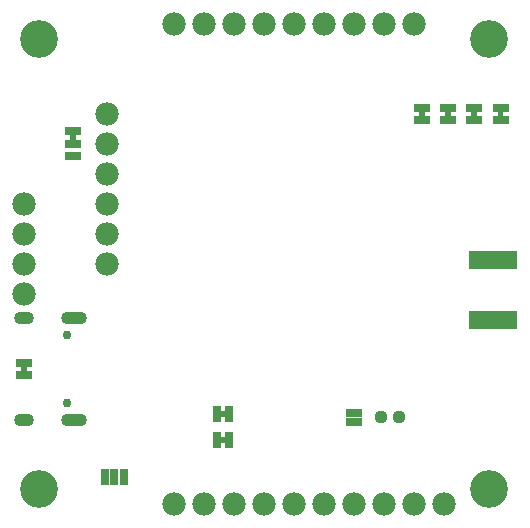
<source format=gbs>
%TF.GenerationSoftware,KiCad,Pcbnew,9.0.1*%
%TF.CreationDate,2025-04-16T09:50:42-06:00*%
%TF.ProjectId,SparkFun_GNSS_ZED-X20P,53706172-6b46-4756-9e5f-474e53535f5a,rev?*%
%TF.SameCoordinates,Original*%
%TF.FileFunction,Soldermask,Bot*%
%TF.FilePolarity,Negative*%
%FSLAX46Y46*%
G04 Gerber Fmt 4.6, Leading zero omitted, Abs format (unit mm)*
G04 Created by KiCad (PCBNEW 9.0.1) date 2025-04-16 09:50:42*
%MOMM*%
%LPD*%
G01*
G04 APERTURE LIST*
G04 Aperture macros list*
%AMRoundRect*
0 Rectangle with rounded corners*
0 $1 Rounding radius*
0 $2 $3 $4 $5 $6 $7 $8 $9 X,Y pos of 4 corners*
0 Add a 4 corners polygon primitive as box body*
4,1,4,$2,$3,$4,$5,$6,$7,$8,$9,$2,$3,0*
0 Add four circle primitives for the rounded corners*
1,1,$1+$1,$2,$3*
1,1,$1+$1,$4,$5*
1,1,$1+$1,$6,$7*
1,1,$1+$1,$8,$9*
0 Add four rect primitives between the rounded corners*
20,1,$1+$1,$2,$3,$4,$5,0*
20,1,$1+$1,$4,$5,$6,$7,0*
20,1,$1+$1,$6,$7,$8,$9,0*
20,1,$1+$1,$8,$9,$2,$3,0*%
G04 Aperture macros list end*
%ADD10C,0.000000*%
%ADD11C,1.979600*%
%ADD12C,0.750000*%
%ADD13O,1.700000X1.100000*%
%ADD14O,2.200000X1.100000*%
%ADD15C,3.200000*%
%ADD16RoundRect,0.050000X-2.000000X0.750000X-2.000000X-0.750000X2.000000X-0.750000X2.000000X0.750000X0*%
%ADD17RoundRect,0.050000X0.317500X0.635000X-0.317500X0.635000X-0.317500X-0.635000X0.317500X-0.635000X0*%
%ADD18RoundRect,0.050000X-0.635000X0.330200X-0.635000X-0.330200X0.635000X-0.330200X0.635000X0.330200X0*%
%ADD19RoundRect,0.050000X0.635000X-0.330200X0.635000X0.330200X-0.635000X0.330200X-0.635000X-0.330200X0*%
%ADD20RoundRect,0.050000X-0.330200X-0.635000X0.330200X-0.635000X0.330200X0.635000X-0.330200X0.635000X0*%
%ADD21RoundRect,0.558000X0.000010X0.000010X-0.000010X0.000010X-0.000010X-0.000010X0.000010X-0.000010X0*%
%ADD22RoundRect,0.050000X-0.635000X0.317500X-0.635000X-0.317500X0.635000X-0.317500X0.635000X0.317500X0*%
G04 APERTURE END LIST*
D10*
%TO.C,JP4*%
G36*
X5638000Y32016700D02*
G01*
X5157000Y32016700D01*
X5157000Y32524700D01*
X5638000Y32524700D01*
X5638000Y32016700D01*
G37*
%TO.C,JP12*%
G36*
X18351500Y6427000D02*
G01*
X17843500Y6427000D01*
X17843500Y6908000D01*
X18351500Y6908000D01*
X18351500Y6427000D01*
G37*
%TO.C,JP3*%
G36*
X37388000Y34036000D02*
G01*
X36907000Y34036000D01*
X36907000Y34544000D01*
X37388000Y34544000D01*
X37388000Y34036000D01*
G37*
%TO.C,JP7*%
G36*
X1506750Y12446000D02*
G01*
X1025750Y12446000D01*
X1025750Y12954000D01*
X1506750Y12954000D01*
X1506750Y12446000D01*
G37*
%TO.C,JP8*%
G36*
X41833000Y34036000D02*
G01*
X41352000Y34036000D01*
X41352000Y34544000D01*
X41833000Y34544000D01*
X41833000Y34036000D01*
G37*
%TO.C,JP11*%
G36*
X18351500Y8649500D02*
G01*
X17843500Y8649500D01*
X17843500Y9130500D01*
X18351500Y9130500D01*
X18351500Y8649500D01*
G37*
%TO.C,JP2*%
G36*
X35165500Y34036000D02*
G01*
X34684500Y34036000D01*
X34684500Y34544000D01*
X35165500Y34544000D01*
X35165500Y34036000D01*
G37*
%TO.C,JP5*%
G36*
X39610500Y34036000D02*
G01*
X39129500Y34036000D01*
X39129500Y34544000D01*
X39610500Y34544000D01*
X39610500Y34036000D01*
G37*
%TD*%
D11*
%TO.C,J2*%
X8255000Y34290000D03*
X8255000Y31750000D03*
X8255000Y29210000D03*
X8255000Y26670000D03*
X8255000Y24130000D03*
X8255000Y21590000D03*
%TD*%
%TO.C,J11*%
X24130000Y1270000D03*
X26670000Y1270000D03*
X29210000Y1270000D03*
X31750000Y1270000D03*
X34290000Y1270000D03*
X36830000Y1270000D03*
%TD*%
D12*
%TO.C,J1*%
X4905000Y15590000D03*
X4905000Y9810000D03*
D13*
X1255000Y17018000D03*
D14*
X5435000Y17018000D03*
X5435000Y8382000D03*
D13*
X1255000Y8382000D03*
%TD*%
D15*
%TO.C,ST2*%
X40640000Y2540000D03*
%TD*%
D11*
%TO.C,J6*%
X1270000Y19050000D03*
X1270000Y21590000D03*
X1270000Y24130000D03*
X1270000Y26670000D03*
%TD*%
D16*
%TO.C,J5*%
X40957500Y21907500D03*
X40957500Y16827500D03*
%TD*%
D11*
%TO.C,J9*%
X13970000Y1270000D03*
X16510000Y1270000D03*
X19050000Y1270000D03*
X21590000Y1270000D03*
%TD*%
D15*
%TO.C,ST1*%
X40640000Y40640000D03*
%TD*%
D11*
%TO.C,J3*%
X34290000Y41910000D03*
X31750000Y41910000D03*
X29210000Y41910000D03*
X26670000Y41910000D03*
X24130000Y41910000D03*
X21590000Y41910000D03*
X19050000Y41910000D03*
X16510000Y41910000D03*
X13970000Y41910000D03*
%TD*%
D15*
%TO.C,ST3*%
X2540000Y40640000D03*
%TD*%
%TO.C,ST4*%
X2540000Y2540000D03*
%TD*%
D17*
%TO.C,JP9*%
X9702800Y3492500D03*
X8890000Y3492500D03*
X8077200Y3492500D03*
%TD*%
D18*
%TO.C,JP4*%
X5397500Y32791400D03*
X5397500Y31750000D03*
D19*
X5397500Y30708600D03*
%TD*%
D20*
%TO.C,JP12*%
X17576800Y6667500D03*
X18618200Y6667500D03*
%TD*%
D18*
%TO.C,JP3*%
X37147500Y34810700D03*
X37147500Y33769300D03*
%TD*%
%TO.C,JP7*%
X1266250Y13220700D03*
X1266250Y12179300D03*
%TD*%
%TO.C,JP8*%
X41592500Y34810700D03*
X41592500Y33769300D03*
%TD*%
D21*
%TO.C,TP4*%
X33020000Y8572500D03*
%TD*%
D20*
%TO.C,JP11*%
X17576800Y8890000D03*
X18618200Y8890000D03*
%TD*%
D22*
%TO.C,JP10*%
X29210000Y8978900D03*
X29210000Y8166100D03*
%TD*%
D18*
%TO.C,JP2*%
X34925000Y34810700D03*
X34925000Y33769300D03*
%TD*%
D21*
%TO.C,TP1*%
X31432500Y8572500D03*
%TD*%
D18*
%TO.C,JP5*%
X39370000Y34810700D03*
X39370000Y33769300D03*
%TD*%
M02*

</source>
